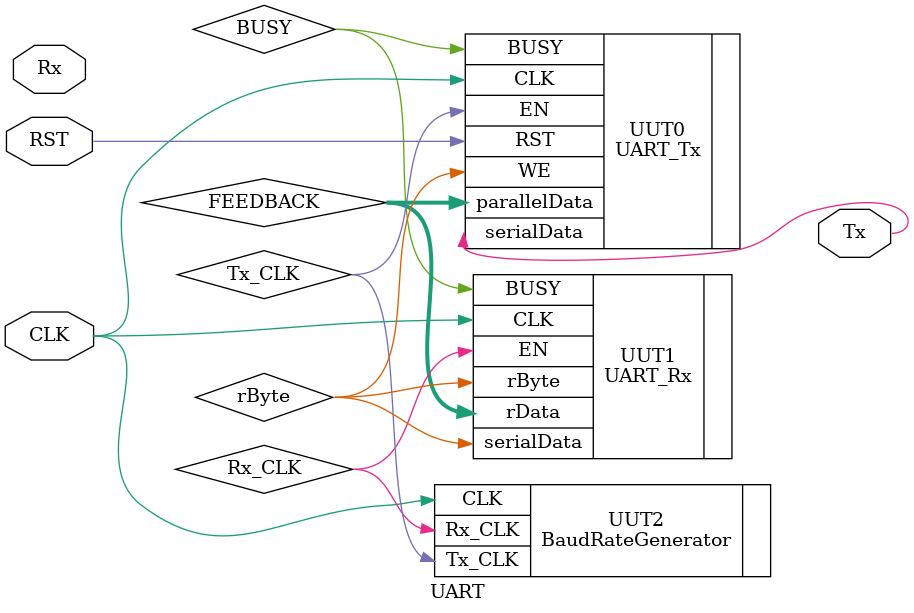
<source format=v>
`timescale 1ns / 1ps

module UART #(parameter DWL  = 8)
             (input CLK, RST,
              input Rx,
              output Tx);

wire Tx_CLK, Rx_CLK, BUSY, rByte;
wire [DWL-1:0] FEEDBACK;
              
UART_Tx           #(.DWL(DWL)) 
                  UUT0 (.CLK(CLK), .RST(RST), .EN(Tx_CLK), .WE(rByte), .parallelData(FEEDBACK), .BUSY(BUSY), .serialData(Tx));      
        
UART_Rx           #(.DWL(DWL))
                  UUT1 (.CLK(CLK), .EN(Rx_CLK), .serialData(rByte), .BUSY(BUSY), .rByte(rByte), .rData(FEEDBACK));
              
BaudRateGenerator UUT2 (.CLK(CLK), .Tx_CLK(Tx_CLK), .Rx_CLK(Rx_CLK));
        
              
endmodule

</source>
